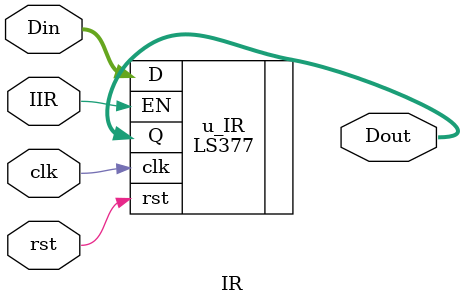
<source format=v>
`timescale 1ns / 1ps

module IR(
    input wire clk,
    input wire rst,
    input wire IIR,
    input wire [7:0] Din,
    output wire [7:0] Dout
    );
    
LS377 u_IR(
    .clk(clk),
    .rst(rst),
    .EN(IIR),
    .D(Din),
    .Q(Dout)
    );     
endmodule

</source>
